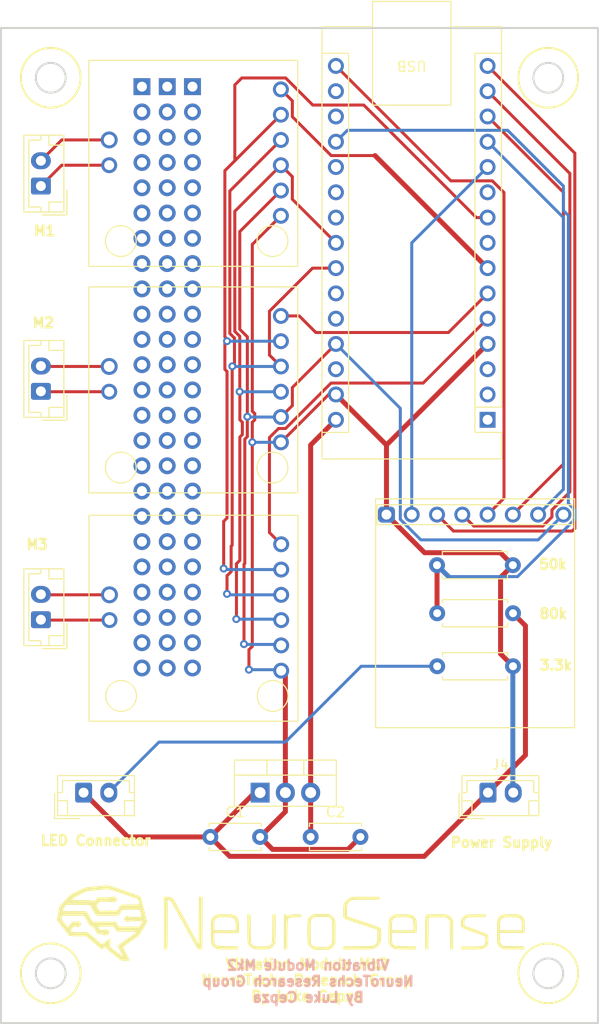
<source format=kicad_pcb>
(kicad_pcb (version 20221018) (generator pcbnew)
  (title_block (title "Vibration Module PCB") (date "2023-07-22") (rev "3") (company "NeuroSense") (comment 1 "NeuroTechs ResearchGroup") (comment 2 "Designed by Luke Cepza"))
  (layers (0 "F.Cu" signal) (31 "B.Cu" signal) (34 "B.Paste" user) (35 "F.Paste" user) (36 "B.SilkS" user "B.Silkscreen") (37 "F.SilkS" user "F.Silkscreen") (38 "B.Mask" user) (39 "F.Mask" user) (44 "Edge.Cuts" user))
  (net 0 "")
  (net 4 "GND")
  (net 5 "/D2_EN2")
  (net 6 "/D3_EN3")
  (net 7 "/D4_EN4")
  (net 9 "/D6_IN")
  (net 11 "/D8_IRQ")
  (net 12 "/D9_CE")
  (net 13 "/D10_CSN")
  (net 14 "/D11_MOSI")
  (net 15 "/D12_MISO")
  (net 16 "/D13_SCK")
  (net 19 "/v_BAT")
  (net 23 "/A4_SDA")
  (net 24 "/A5_SCL")
  (net 26 "+5V")
  (net 29 "/VIN_5v")
  (net 30 "Net-(J1-Pin_1)")
  (net 31 "Net-(J1-Pin_2)")
  (net 32 "Net-(J2-Pin_1)")
  (net 33 "Net-(J2-Pin_2)")
  (net 34 "Net-(J3-Pin_1)")
  (net 35 "Net-(J3-Pin_2)")
  (net 36 "Net-(LED_Connector1-Pin_2)")
  (net 37 "/A0_VBat")
  (footprint "Capacitor_THT:C_Disc_D5.0mm_W2.5mm_P5.00mm" (layer "F.Cu") (at 61.04 121.295)
    (fp_text reference "C1" (at 2.5 -2.5) (layer "F.SilkS"))
    (fp_text value "33uF")
    (pad "1" thru_hole circle (at 0 0) (size 1.6 1.6) (drill 0.8) (layers "*.Cu" "*.Mask") (net 19 "/v_BAT"))
    (pad "2" thru_hole circle (at 5 0) (size 1.6 1.6) (drill 0.8) (layers "*.Cu" "*.Mask") (net 4 "GND"))
  )
  (footprint "Connector_PinSocket_2.54mm:PinSocket_1x24_P2.54mm_Vertical" (layer "F.Cu") (at 59.24578 45.893906)
    (fp_text reference "REF**" hide)
    (fp_text value "PinSocket_1x24_P2.54mm_Vertical" hide)
    (pad "1" thru_hole rect (at 0 0) (size 1.7 1.7) (drill 1) (layers "*.Cu" "*.Mask"))
    (pad "2" thru_hole oval (at 0 2.54) (size 1.7 1.7) (drill 1) (layers "*.Cu" "*.Mask"))
    (pad "3" thru_hole oval (at 0 5.08) (size 1.7 1.7) (drill 1) (layers "*.Cu" "*.Mask"))
    (pad "4" thru_hole oval (at 0 7.62) (size 1.7 1.7) (drill 1) (layers "*.Cu" "*.Mask"))
    (pad "5" thru_hole oval (at 0 10.16) (size 1.7 1.7) (drill 1) (layers "*.Cu" "*.Mask"))
    (pad "6" thru_hole oval (at 0 12.7) (size 1.7 1.7) (drill 1) (layers "*.Cu" "*.Mask"))
    (pad "7" thru_hole oval (at 0 15.24) (size 1.7 1.7) (drill 1) (layers "*.Cu" "*.Mask"))
    (pad "8" thru_hole oval (at 0 17.78) (size 1.7 1.7) (drill 1) (layers "*.Cu" "*.Mask"))
    (pad "9" thru_hole oval (at 0 20.32) (size 1.7 1.7) (drill 1) (layers "*.Cu" "*.Mask"))
    (pad "10" thru_hole oval (at 0 22.86) (size 1.7 1.7) (drill 1) (layers "*.Cu" "*.Mask"))
    (pad "11" thru_hole oval (at 0 25.4) (size 1.7 1.7) (drill 1) (layers "*.Cu" "*.Mask"))
    (pad "12" thru_hole oval (at 0 27.94) (size 1.7 1.7) (drill 1) (layers "*.Cu" "*.Mask"))
    (pad "13" thru_hole oval (at 0 30.48) (size 1.7 1.7) (drill 1) (layers "*.Cu" "*.Mask"))
    (pad "14" thru_hole oval (at 0 33.02) (size 1.7 1.7) (drill 1) (layers "*.Cu" "*.Mask"))
    (pad "15" thru_hole oval (at 0 35.56) (size 1.7 1.7) (drill 1) (layers "*.Cu" "*.Mask"))
    (pad "16" thru_hole oval (at 0 38.1) (size 1.7 1.7) (drill 1) (layers "*.Cu" "*.Mask"))
    (pad "17" thru_hole oval (at 0 40.64) (size 1.7 1.7) (drill 1) (layers "*.Cu" "*.Mask"))
    (pad "18" thru_hole oval (at 0 43.18) (size 1.7 1.7) (drill 1) (layers "*.Cu" "*.Mask"))
    (pad "19" thru_hole oval (at 0 45.72) (size 1.7 1.7) (drill 1) (layers "*.Cu" "*.Mask"))
    (pad "20" thru_hole oval (at 0 48.26) (size 1.7 1.7) (drill 1) (layers "*.Cu" "*.Mask"))
    (pad "21" thru_hole oval (at 0 50.8) (size 1.7 1.7) (drill 1) (layers "*.Cu" "*.Mask"))
    (pad "22" thru_hole oval (at 0 53.34) (size 1.7 1.7) (drill 1) (layers "*.Cu" "*.Mask"))
    (pad "23" thru_hole oval (at 0 55.88) (size 1.7 1.7) (drill 1) (layers "*.Cu" "*.Mask"))
    (pad "24" thru_hole oval (at 0 58.42) (size 1.7 1.7) (drill 1) (layers "*.Cu" "*.Mask"))
  )
  (footprint "MOD:ROB_14538" (layer "F.Cu") (at 69.820128 63.949872 180)
    (fp_text reference "U3" hide)
    (fp_text value "ROB-14538" hide)
    (pad "1" thru_hole circle locked (at 1.69 5.08 180) (size 1.6 1.6) (drill 1) (layers "*.Cu" "*.Mask") (net 4 "GND"))
    (pad "2" thru_hole circle locked (at 1.69 7.62 180) (size 1.6 1.6) (drill 1) (layers "*.Cu" "*.Mask") (net 26 "+5V"))
    (pad "3" thru_hole circle locked (at 1.69 10.16 180) (size 1.6 1.6) (drill 1) (layers "*.Cu" "*.Mask") (net 23 "/A4_SDA"))
    (pad "4" thru_hole circle locked (at 1.69 12.7 180) (size 1.6 1.6) (drill 1) (layers "*.Cu" "*.Mask") (net 24 "/A5_SCL"))
    (pad "5" thru_hole circle locked (at 1.69 15.24 180) (size 1.6 1.6) (drill 1) (layers "*.Cu" "*.Mask") (net 9 "/D6_IN"))
    (pad "6" thru_hole circle locked (at 1.69 17.78 180) (size 1.6 1.6) (drill 1) (layers "*.Cu" "*.Mask") (net 7 "/D4_EN4"))
    (pad "7" thru_hole circle locked (at 18.944194 10.162261 180) (size 1.6 1.6) (drill 1) (layers "*.Cu" "*.Mask") (net 34 "Net-(J3-Pin_1)"))
    (pad "8" thru_hole circle locked (at 18.944194 12.702261 180) (size 1.7 1.7) (drill 1.1) (layers "*.Cu" "*.Mask") (net 35 "Net-(J3-Pin_2)"))
  )
  (footprint "Module:Arduino_Nano" (layer "F.Cu") (at 88.9 79.37 180)
    (fp_text reference "A1" hide)
    (fp_text value "Arduino_Nano_v3.x" hide)
    (fp_text user "USB" (at 7.62 35.56 180 unlocked) (layer "F.SilkS"))
    (pad "1" thru_hole rect (at 0 0 180) (size 1.6 1.6) (drill 1) (layers "*.Cu" "*.Mask"))
    (pad "2" thru_hole oval (at 0 2.54 180) (size 1.6 1.6) (drill 1) (layers "*.Cu" "*.Mask"))
    (pad "3" thru_hole oval (at 0 5.08 180) (size 1.6 1.6) (drill 1) (layers "*.Cu" "*.Mask"))
    (pad "4" thru_hole oval (at 0 7.62 180) (size 1.6 1.6) (drill 1) (layers "*.Cu" "*.Mask") (net 4 "GND"))
    (pad "5" thru_hole oval (at 0 10.16 180) (size 1.6 1.6) (drill 1) (layers "*.Cu" "*.Mask") (net 5 "/D2_EN2"))
    (pad "6" thru_hole oval (at 0 12.7 180) (size 1.6 1.6) (drill 1) (layers "*.Cu" "*.Mask") (net 6 "/D3_EN3"))
    (pad "7" thru_hole oval (at 0 15.24 180) (size 1.6 1.6) (drill 1) (layers "*.Cu" "*.Mask") (net 7 "/D4_EN4"))
    (pad "8" thru_hole oval (at 0 17.78 180) (size 1.6 1.6) (drill 1) (layers "*.Cu" "*.Mask"))
    (pad "9" thru_hole oval (at 0 20.32 180) (size 1.6 1.6) (drill 1) (layers "*.Cu" "*.Mask") (net 9 "/D6_IN"))
    (pad "10" thru_hole oval (at 0 22.86 180) (size 1.6 1.6) (drill 1) (layers "*.Cu" "*.Mask"))
    (pad "11" thru_hole oval (at 0 25.4 180) (size 1.6 1.6) (drill 1) (layers "*.Cu" "*.Mask") (net 11 "/D8_IRQ"))
    (pad "12" thru_hole oval (at 0 27.94 180) (size 1.6 1.6) (drill 1) (layers "*.Cu" "*.Mask") (net 12 "/D9_CE"))
    (pad "13" thru_hole oval (at 0 30.48 180) (size 1.6 1.6) (drill 1) (layers "*.Cu" "*.Mask") (net 13 "/D10_CSN"))
    (pad "14" thru_hole oval (at 0 33.02 180) (size 1.6 1.6) (drill 1) (layers "*.Cu" "*.Mask") (net 14 "/D11_MOSI"))
    (pad "15" thru_hole oval (at 0 35.56 180) (size 1.6 1.6) (drill 1) (layers "*.Cu" "*.Mask") (net 15 "/D12_MISO"))
    (pad "16" thru_hole oval (at 15.24 35.56 180) (size 1.6 1.6) (drill 1) (layers "*.Cu" "*.Mask") (net 16 "/D13_SCK"))
    (pad "17" thru_hole oval (at 15.24 33.02 180) (size 1.6 1.6) (drill 1) (layers "*.Cu" "*.Mask"))
    (pad "18" thru_hole oval (at 15.24 30.48 180) (size 1.6 1.6) (drill 1) (layers "*.Cu" "*.Mask"))
    (pad "19" thru_hole oval (at 15.24 27.94 180) (size 1.6 1.6) (drill 1) (layers "*.Cu" "*.Mask") (net 37 "/A0_VBat"))
    (pad "20" thru_hole oval (at 15.24 25.4 180) (size 1.6 1.6) (drill 1) (layers "*.Cu" "*.Mask"))
    (pad "21" thru_hole oval (at 15.24 22.86 180) (size 1.6 1.6) (drill 1) (layers "*.Cu" "*.Mask"))
    (pad "22" thru_hole oval (at 15.24 20.32 180) (size 1.6 1.6) (drill 1) (layers "*.Cu" "*.Mask"))
    (pad "23" thru_hole oval (at 15.24 17.78 180) (size 1.6 1.6) (drill 1) (layers "*.Cu" "*.Mask") (net 23 "/A4_SDA"))
    (pad "24" thru_hole oval (at 15.24 15.24 180) (size 1.6 1.6) (drill 1) (layers "*.Cu" "*.Mask") (net 24 "/A5_SCL"))
    (pad "25" thru_hole oval (at 15.24 12.7 180) (size 1.6 1.6) (drill 1) (layers "*.Cu" "*.Mask"))
    (pad "26" thru_hole oval (at 15.24 10.16 180) (size 1.6 1.6) (drill 1) (layers "*.Cu" "*.Mask"))
    (pad "27" thru_hole oval (at 15.24 7.62 180) (size 1.6 1.6) (drill 1) (layers "*.Cu" "*.Mask") (net 26 "+5V"))
    (pad "28" thru_hole oval (at 15.24 5.08 180) (size 1.6 1.6) (drill 1) (layers "*.Cu" "*.Mask"))
    (pad "29" thru_hole oval (at 15.24 2.54 180) (size 1.6 1.6) (drill 1) (layers "*.Cu" "*.Mask") (net 4 "GND"))
    (pad "30" thru_hole oval (at 15.24 0 180) (size 1.6 1.6) (drill 1) (layers "*.Cu" "*.Mask") (net 29 "/VIN_5v"))
  )
  (footprint "Capacitor_THT:C_Disc_D5.0mm_W2.5mm_P5.00mm" (layer "F.Cu") (at 71.12 121.295)
    (fp_text reference "C2" (at 2.5 -2.5) (layer "F.SilkS"))
    (fp_text value "10uF")
    (pad "1" thru_hole circle (at 0 0) (size 1.6 1.6) (drill 0.8) (layers "*.Cu" "*.Mask") (net 29 "/VIN_5v"))
    (pad "2" thru_hole circle (at 5 0) (size 1.6 1.6) (drill 0.8) (layers "*.Cu" "*.Mask") (net 4 "GND"))
  )
  (footprint "Connector_JST:JST_EH_B2B-EH-A_1x02_P2.50mm_Vertical" (layer "F.Cu") (at 44.009513 76.512611 90)
    (fp_text reference "J2" hide)
    (fp_text value "Conn_01x02_Male" hide)
    (pad "1" thru_hole roundrect (at 0 0 90) (size 1.7 2) (drill 1) (layers "*.Cu" "*.Mask") (roundrect_rratio 0.1470588235) (net 32 "Net-(J2-Pin_1)"))
    (pad "2" thru_hole oval (at 2.54 0 90) (size 1.7 2) (drill 1) (layers "*.Cu" "*.Mask") (net 33 "Net-(J2-Pin_2)"))
  )
  (footprint "Resistor_THT:R_Axial_DIN0207_L6.3mm_D2.5mm_P7.62mm_Horizontal" (layer "F.Cu") (at 83.835881 104.14)
    (fp_text reference "R3" hide)
    (fp_text value "3.3k" hide)
    (pad "1" thru_hole circle (at 0 0) (size 1.6 1.6) (drill 0.8) (layers "*.Cu" "*.Mask") (net 36 "Net-(LED_Connector1-Pin_2)"))
    (pad "2" thru_hole oval (at 7.62 0) (size 1.6 1.6) (drill 0.8) (layers "*.Cu" "*.Mask") (net 4 "GND"))
  )
  (footprint "Connector_JST:JST_EH_B2B-EH-A_1x02_P2.50mm_Vertical" (layer "F.Cu") (at 44.009513 99.460804 90)
    (fp_text reference "J1" hide)
    (fp_text value "Conn_01x02_Male" hide)
    (pad "1" thru_hole roundrect (at 0 0 90) (size 1.7 2) (drill 1) (layers "*.Cu" "*.Mask") (roundrect_rratio 0.1470588235) (net 30 "Net-(J1-Pin_1)"))
    (pad "2" thru_hole oval (at 2.54 0 90) (size 1.7 2) (drill 1) (layers "*.Cu" "*.Mask") (net 31 "Net-(J1-Pin_2)"))
  )
  (footprint "Resistor_THT:R_Axial_DIN0207_L6.3mm_D2.5mm_P7.62mm_Horizontal" (layer "F.Cu") (at 83.82 93.98)
    (fp_text reference "R2" hide)
    (fp_text value "50K" hide)
    (pad "1" thru_hole circle (at 0 0) (size 1.6 1.6) (drill 0.8) (layers "*.Cu" "*.Mask") (net 37 "/A0_VBat"))
    (pad "2" thru_hole oval (at 7.62 0) (size 1.6 1.6) (drill 0.8) (layers "*.Cu" "*.Mask") (net 4 "GND"))
  )
  (footprint "Connector_JST:JST_EH_B2B-EH-A_1x02_P2.50mm_Vertical" (layer "F.Cu") (at 48.3 116.84)
    (fp_text reference "LED Connector" hide)
    (fp_text value "Conn_01x02_Male" hide)
    (pad "1" thru_hole roundrect (at 0 0) (size 1.7 2) (drill 1) (layers "*.Cu" "*.Mask") (roundrect_rratio 0.1470588235) (net 19 "/v_BAT"))
    (pad "2" thru_hole oval (at 2.54 0) (size 1.7 2) (drill 1) (layers "*.Cu" "*.Mask") (net 36 "Net-(LED_Connector1-Pin_2)"))
  )
  (footprint "Package_TO_SOT_THT:TO-220-3_Vertical" (layer "F.Cu") (at 66.04 116.84)
    (fp_text reference "U5" hide)
    (fp_text value "LM7805_TO220" hide)
    (pad "1" thru_hole rect locked (at 0 0) (size 1.905 2) (drill 1.1) (layers "*.Cu" "*.Mask") (net 19 "/v_BAT"))
    (pad "2" thru_hole oval locked (at 2.54 0) (size 1.905 2) (drill 1.1) (layers "*.Cu" "*.Mask") (net 4 "GND"))
    (pad "3" thru_hole oval locked (at 5.08 0) (size 1.905 2) (drill 1.1) (layers "*.Cu" "*.Mask") (net 29 "/VIN_5v"))
  )
  (footprint "Connector_JST:JST_EH_B2B-EH-A_1x02_P2.50mm_Vertical" (layer "F.Cu") (at 44.009513 55.88 90)
    (fp_text reference "J3" hide)
    (fp_text value "Conn_01x02_Male" hide)
    (pad "1" thru_hole roundrect locked (at 0 0 90) (size 1.7 2) (drill 1) (layers "*.Cu" "*.Mask") (roundrect_rratio 0.1470588235) (net 34 "Net-(J3-Pin_1)"))
    (pad "2" thru_hole oval locked (at 2.54 0 90) (size 1.7 2) (drill 1) (layers "*.Cu" "*.Mask") (net 35 "Net-(J3-Pin_2)"))
  )
  (footprint "Connector_PinSocket_2.54mm:PinSocket_1x24_P2.54mm_Vertical" (layer "F.Cu") (at 54.16578 45.893906)
    (fp_text reference "REF**" hide)
    (fp_text value "PinSocket_1x24_P2.54mm_Vertical" hide)
    (pad "1" thru_hole rect (at 0 0) (size 1.7 1.7) (drill 1) (layers "*.Cu" "*.Mask"))
    (pad "2" thru_hole oval (at 0 2.54) (size 1.7 1.7) (drill 1) (layers "*.Cu" "*.Mask"))
    (pad "3" thru_hole oval (at 0 5.08) (size 1.7 1.7) (drill 1) (layers "*.Cu" "*.Mask"))
    (pad "4" thru_hole oval (at 0 7.62) (size 1.7 1.7) (drill 1) (layers "*.Cu" "*.Mask"))
    (pad "5" thru_hole oval (at 0 10.16) (size 1.7 1.7) (drill 1) (layers "*.Cu" "*.Mask"))
    (pad "6" thru_hole oval (at 0 12.7) (size 1.7 1.7) (drill 1) (layers "*.Cu" "*.Mask"))
    (pad "7" thru_hole oval (at 0 15.24) (size 1.7 1.7) (drill 1) (layers "*.Cu" "*.Mask"))
    (pad "8" thru_hole oval (at 0 17.78) (size 1.7 1.7) (drill 1) (layers "*.Cu" "*.Mask"))
    (pad "9" thru_hole oval (at 0 20.32) (size 1.7 1.7) (drill 1) (layers "*.Cu" "*.Mask"))
    (pad "10" thru_hole oval (at 0 22.86) (size 1.7 1.7) (drill 1) (layers "*.Cu" "*.Mask"))
    (pad "11" thru_hole oval (at 0 25.4) (size 1.7 1.7) (drill 1) (layers "*.Cu" "*.Mask"))
    (pad "12" thru_hole oval (at 0 27.94) (size 1.7 1.7) (drill 1) (layers "*.Cu" "*.Mask"))
    (pad "13" thru_hole oval (at 0 30.48) (size 1.7 1.7) (drill 1) (layers "*.Cu" "*.Mask"))
    (pad "14" thru_hole oval (at 0 33.02) (size 1.7 1.7) (drill 1) (layers "*.Cu" "*.Mask"))
    (pad "15" thru_hole oval (at 0 35.56) (size 1.7 1.7) (drill 1) (layers "*.Cu" "*.Mask"))
    (pad "16" thru_hole oval (at 0 38.1) (size 1.7 1.7) (drill 1) (layers "*.Cu" "*.Mask"))
    (pad "17" thru_hole oval (at 0 40.64) (size 1.7 1.7) (drill 1) (layers "*.Cu" "*.Mask"))
    (pad "18" thru_hole oval (at 0 43.18) (size 1.7 1.7) (drill 1) (layers "*.Cu" "*.Mask"))
    (pad "19" thru_hole oval (at 0 45.72) (size 1.7 1.7) (drill 1) (layers "*.Cu" "*.Mask"))
    (pad "20" thru_hole oval (at 0 48.26) (size 1.7 1.7) (drill 1) (layers "*.Cu" "*.Mask"))
    (pad "21" thru_hole oval (at 0 50.8) (size 1.7 1.7) (drill 1) (layers "*.Cu" "*.Mask"))
    (pad "22" thru_hole oval (at 0 53.34) (size 1.7 1.7) (drill 1) (layers "*.Cu" "*.Mask"))
    (pad "23" thru_hole oval (at 0 55.88) (size 1.7 1.7) (drill 1) (layers "*.Cu" "*.Mask"))
    (pad "24" thru_hole oval (at 0 58.42) (size 1.7 1.7) (drill 1) (layers "*.Cu" "*.Mask"))
  )
  (footprint "Logo:NeuroSenseLogo50mm" (layer "F.Cu") (at 69.484969 129.641202)
    (fp_text reference "G***" hide)
    (fp_text value "LOGO" hide)
  )
  (footprint "Resistor_THT:R_Axial_DIN0207_L6.3mm_D2.5mm_P7.62mm_Horizontal" (layer "F.Cu") (at 91.455881 98.81334 180)
    (fp_text reference "R1" hide)
    (fp_text value "80k" hide)
    (pad "1" thru_hole circle (at 0 0 180) (size 1.6 1.6) (drill 0.8) (layers "*.Cu" "*.Mask") (net 19 "/v_BAT"))
    (pad "2" thru_hole oval (at 7.62 0 180) (size 1.6 1.6) (drill 0.8) (layers "*.Cu" "*.Mask") (net 37 "/A0_VBat"))
  )
  (footprint "MOD:ROB_14538" (layer "F.Cu") (at 69.847725 109.663065 180)
    (fp_text reference "U1" hide)
    (fp_text value "ROB-14538" hide)
    (pad "1" thru_hole circle locked (at 1.69 5.08 180) (size 1.6 1.6) (drill 1) (layers "*.Cu" "*.Mask") (net 4 "GND"))
    (pad "2" thru_hole circle locked (at 1.69 7.62 180) (size 1.6 1.6) (drill 1) (layers "*.Cu" "*.Mask") (net 26 "+5V"))
    (pad "3" thru_hole circle locked (at 1.69 10.16 180) (size 1.6 1.6) (drill 1) (layers "*.Cu" "*.Mask") (net 23 "/A4_SDA"))
    (pad "4" thru_hole circle locked (at 1.69 12.7 180) (size 1.6 1.6) (drill 1) (layers "*.Cu" "*.Mask") (net 24 "/A5_SCL"))
    (pad "5" thru_hole circle locked (at 1.69 15.24 180) (size 1.6 1.6) (drill 1) (layers "*.Cu" "*.Mask") (net 9 "/D6_IN"))
    (pad "6" thru_hole circle locked (at 1.69 17.78 180) (size 1.6 1.6) (drill 1) (layers "*.Cu" "*.Mask") (net 5 "/D2_EN2"))
    (pad "7" thru_hole circle locked (at 18.944194 10.162261 180) (size 1.6 1.6) (drill 1) (layers "*.Cu" "*.Mask") (net 30 "Net-(J1-Pin_1)"))
    (pad "8" thru_hole circle locked (at 18.944194 12.702261 180) (size 1.7 1.7) (drill 1.1) (layers "*.Cu" "*.Mask") (net 31 "Net-(J1-Pin_2)"))
  )
  (footprint "Connector_PinSocket_2.54mm:PinSocket_1x24_P2.54mm_Vertical" (layer "F.Cu") (at 56.70578 45.893906)
    (fp_text reference "REF**" hide)
    (fp_text value "PinSocket_1x24_P2.54mm_Vertical" hide)
    (pad "1" thru_hole rect (at 0 0) (size 1.7 1.7) (drill 1) (layers "*.Cu" "*.Mask"))
    (pad "2" thru_hole oval (at 0 2.54) (size 1.7 1.7) (drill 1) (layers "*.Cu" "*.Mask"))
    (pad "3" thru_hole oval (at 0 5.08) (size 1.7 1.7) (drill 1) (layers "*.Cu" "*.Mask"))
    (pad "4" thru_hole oval (at 0 7.62) (size 1.7 1.7) (drill 1) (layers "*.Cu" "*.Mask"))
    (pad "5" thru_hole oval (at 0 10.16) (size 1.7 1.7) (drill 1) (layers "*.Cu" "*.Mask"))
    (pad "6" thru_hole oval (at 0 12.7) (size 1.7 1.7) (drill 1) (layers "*.Cu" "*.Mask"))
    (pad "7" thru_hole oval (at 0 15.24) (size 1.7 1.7) (drill 1) (layers "*.Cu" "*.Mask"))
    (pad "8" thru_hole oval (at 0 17.78) (size 1.7 1.7) (drill 1) (layers "*.Cu" "*.Mask"))
    (pad "9" thru_hole oval (at 0 20.32) (size 1.7 1.7) (drill 1) (layers "*.Cu" "*.Mask"))
    (pad "10" thru_hole oval (at 0 22.86) (size 1.7 1.7) (drill 1) (layers "*.Cu" "*.Mask"))
    (pad "11" thru_hole oval (at 0 25.4) (size 1.7 1.7) (drill 1) (layers "*.Cu" "*.Mask"))
    (pad "12" thru_hole oval (at 0 27.94) (size 1.7 1.7) (drill 1) (layers "*.Cu" "*.Mask"))
    (pad "13" thru_hole oval (at 0 30.48) (size 1.7 1.7) (drill 1) (layers "*.Cu" "*.Mask"))
    (pad "14" thru_hole oval (at 0 33.02) (size 1.7 1.7) (drill 1) (layers "*.Cu" "*.Mask"))
    (pad "15" thru_hole oval (at 0 35.56) (size 1.7 1.7) (drill 1) (layers "*.Cu" "*.Mask"))
    (pad "16" thru_hole oval (at 0 38.1) (size 1.7 1.7) (drill 1) (layers "*.Cu" "*.Mask"))
    (pad "17" thru_hole oval (at 0 40.64) (size 1.7 1.7) (drill 1) (layers "*.Cu" "*.Mask"))
    (pad "18" thru_hole oval (at 0 43.18) (size 1.7 1.7) (drill 1) (layers "*.Cu" "*.Mask"))
    (pad "19" thru_hole oval (at 0 45.72) (size 1.7 1.7) (drill 1) (layers "*.Cu" "*.Mask"))
    (pad "20" thru_hole oval (at 0 48.26) (size 1.7 1.7) (drill 1) (layers "*.Cu" "*.Mask"))
    (pad "21" thru_hole oval (at 0 50.8) (size 1.7 1.7) (drill 1) (layers "*.Cu" "*.Mask"))
    (pad "22" thru_hole oval (at 0 53.34) (size 1.7 1.7) (drill 1) (layers "*.Cu" "*.Mask"))
    (pad "23" thru_hole oval (at 0 55.88) (size 1.7 1.7) (drill 1) (layers "*.Cu" "*.Mask"))
    (pad "24" thru_hole oval (at 0 58.42) (size 1.7 1.7) (drill 1) (layers "*.Cu" "*.Mask"))
  )
  (footprint "Connector_JST:JST_EH_B2B-EH-A_1x02_P2.50mm_Vertical" (layer "F.Cu") (at 88.94 116.84)
    (fp_text reference "J4" (at 1.25 -2.8) (layer "F.SilkS"))
    (fp_text value "Conn_01x02_Male")
    (pad "1" thru_hole roundrect (at 0 0) (size 1.7 2) (drill 1) (layers "*.Cu" "*.Mask") (roundrect_rratio 0.1470588235) (net 19 "/v_BAT"))
    (pad "2" thru_hole oval (at 2.54 0) (size 1.7 2) (drill 1) (layers "*.Cu" "*.Mask") (net 4 "GND"))
  )
  (footprint "MOD:WRL-00691" (layer "F.Cu") (at 78.576755 97.174849 90)
    (fp_text reference "U4" hide)
    (fp_text value "WRL-00691" hide)
    (pad "1" thru_hole roundrect (at 8.274849 0.163245 90) (size 1.6 1.7) (drill 1) (layers "*.Cu" "*.Mask") (net 4 "GND"))
    (pad "2" thru_hole circle (at 8.274849 2.703245 90) (size 1.6 1.6) (drill 1) (layers "*.Cu" "*.Mask") (net 11 "/D8_IRQ"))
    (pad "3" thru_hole circle (at 8.274849 5.243245 90) (size 1.6 1.6) (drill 1) (layers "*.Cu" "*.Mask") (net 15 "/D12_MISO"))
    (pad "4" thru_hole circle (at 8.274849 7.783245 90) (size 1.6 1.6) (drill 1) (layers "*.Cu" "*.Mask") (net 14 "/D11_MOSI"))
    (pad "5" thru_hole circle (at 8.274849 10.323245 90) (size 1.6 1.6) (drill 1) (layers "*.Cu" "*.Mask") (net 16 "/D13_SCK"))
    (pad "6" thru_hole circle (at 8.274849 12.863245 90) (size 1.6 1.6) (drill 1) (layers "*.Cu" "*.Mask") (net 13 "/D10_CSN"))
    (pad "7" thru_hole circle (at 8.274849 15.403245 90) (size 1.6 1.6) (drill 1) (layers "*.Cu" "*.Mask") (net 12 "/D9_CE"))
    (pad "8" thru_hole circle (at 8.274849 17.943245 90) (size 1.6 1.6) (drill 1) (layers "*.Cu" "*.Mask") (net 26 "+5V"))
  )
  (footprint "MOD:ROB_14538" (layer "F.Cu") (at 69.820128 86.714872 180)
    (fp_text reference "U2" hide)
    (fp_text value "ROB-14538" hide)
    (pad "1" thru_hole circle locked (at 1.69 5.08 180) (size 1.6 1.6) (drill 1) (layers "*.Cu" "*.Mask") (net 4 "GND"))
    (pad "2" thru_hole circle locked (at 1.69 7.62 180) (size 1.6 1.6) (drill 1) (layers "*.Cu" "*.Mask") (net 26 "+5V"))
    (pad "3" thru_hole circle locked (at 1.69 10.16 180) (size 1.6 1.6) (drill 1) (layers "*.Cu" "*.Mask") (net 23 "/A4_SDA"))
    (pad "4" thru_hole circle locked (at 1.69 12.7 180) (size 1.6 1.6) (drill 1) (layers "*.Cu" "*.Mask") (net 24 "/A5_SCL"))
    (pad "5" thru_hole circle locked (at 1.69 15.24 180) (size 1.6 1.6) (drill 1) (layers "*.Cu" "*.Mask") (net 9 "/D6_IN"))
    (pad "6" thru_hole circle locked (at 1.69 17.78 180) (size 1.6 1.6) (drill 1) (layers "*.Cu" "*.Mask") (net 6 "/D3_EN3"))
    (pad "7" thru_hole circle locked (at 18.944194 10.162261 180) (size 1.6 1.6) (drill 1) (layers "*.Cu" "*.Mask") (net 32 "Net-(J2-Pin_1)"))
    (pad "8" thru_hole circle locked (at 18.944194 12.702261 180) (size 1.7 1.7) (drill 1.1) (layers "*.Cu" "*.Mask") (net 33 "Net-(J2-Pin_2)"))
  )
  (gr_circle (center 95 45) (end 98 45) (stroke (width 0.2)) (fill none) (layer "F.SilkS"))
  (gr_circle (center 45 135) (end 48 135) (stroke (width 0.2)) (fill none) (layer "F.SilkS"))
  (gr_circle (center 95 135) (end 98 135) (stroke (width 0.2)) (fill none) (layer "F.SilkS"))
  (gr_circle (center 45 45) (end 48 45) (stroke (width 0.2)) (fill none) (layer "F.SilkS"))
  (gr_circle (center 45 45) (end 46.5 45) (stroke (width 0.2)) (fill none) (layer "Edge.Cuts"))
  (gr_circle (center 95 45) (end 96.5 45) (stroke (width 0.2)) (fill none) (layer "Edge.Cuts"))
  (gr_circle locked (center 95 135) (end 96.5 135) (stroke (width 0.2)) (fill none) (layer "Edge.Cuts"))
  (gr_rect (start 40 40) (end 100 140) (stroke (width 0.2)) (fill none) (layer "Edge.Cuts"))
  (gr_circle locked (center 45 135) (end 46.5 135) (stroke (width 0.2)) (fill none) (layer "Edge.Cuts"))
  (gr_text "Vibration Module Mk2\nNeuroTechs Research Group\nBy Luke Cepza\n" (at 70.868456 135.804009) (layer "B.SilkS") (effects (font (size 1 1) (thickness 0.25)) (justify mirror)))
  (gr_text "M2" (at 43.042888 70.208446) (layer "F.SilkS") (effects (font (size 1 1) (thickness 0.25) bold) (justify left bottom)))
  (gr_text "Vibration Module Mk2\nNeuroTechs Research Group\nBy Luke Cepza\n" (at 70.742685 135.678237) (layer "F.SilkS") (effects (font (size 1 1) (thickness 0.25))))
  (gr_text "80k" (at 93.98 99.448546) (layer "F.SilkS") (effects (font (size 1 1) (thickness 0.25) bold) (justify left bottom)))
  (gr_text "3.3k" (at 94.003528 104.624582) (layer "F.SilkS") (effects (font (size 1 1) (thickness 0.25) bold) (justify left bottom)))
  (gr_text "LED Connector" (at 43.854176 122.240441) (layer "F.SilkS") (effects (font (size 1 1) (thickness 0.25) bold) (justify left bottom)))
  (gr_text "M1" (at 43.171035 60.96) (layer "F.SilkS") (effects (font (size 1 1) (thickness 0.25) bold) (justify left bottom)))
  (gr_text "Power Supply" (at 85.058148 122.436915) (layer "F.SilkS") (effects (font (size 1 1) (thickness 0.25) bold) (justify left bottom)))
  (gr_text "M3" (at 42.410731 92.486526) (layer "F.SilkS") (effects (font (size 1 1) (thickness 0.25) bold) (justify left bottom)))
  (gr_text "50k" (at 93.935422 94.476827) (layer "F.SilkS") (effects (font (size 1 1) (thickness 0.25) bold) (justify left bottom)))
  (segment (start 72.935 76.83) (end 73.66 76.83) (width 0.3) (layer "F.Cu") (net 4))
  (segment (start 78.74 88.9) (end 78.74 81.91) (width 0.5) (layer "F.Cu") (net 4))
  (segment (start 68.130128 58.869872) (end 65.254495 61.745505) (width 0.3) (layer "F.Cu") (net 4))
  (segment (start 91.44 93.98) (end 90.19 92.73) (width 0.5) (layer "F.Cu") (net 4))
  (segment (start 90.19 92.73) (end 82.57 92.73) (width 0.5) (layer "F.Cu") (net 4))
  (segment (start 64.918862 102.477252) (end 65.254495 102.141619) (width 0.3) (layer "F.Cu") (net 4))
  (segment (start 78.74 81.91) (end 88.9 71.75) (width 0.5) (layer "F.Cu") (net 4))
  (segment (start 65.256734 70.828324) (end 65.256734 78.500498) (width 0.3) (layer "F.Cu") (net 4))
  (segment (start 64.918862 104.481258) (end 64.918862 102.477252) (width 0.3) (layer "F.Cu") (net 4))
  (segment (start 65.256734 78.500498) (end 65.506734 78.750498) (width 0.3) (layer "F.Cu") (net 4))
  (segment (start 67.29 122.545) (end 66.04 121.295) (width 0.5) (layer "F.Cu") (net 4))
  (segment (start 90.205881 102.89) (end 90.205881 95.214119) (width 0.5) (layer "F.Cu") (net 4))
  (segment (start 74.87 122.545) (end 67.29 122.545) (width 0.5) (layer "F.Cu") (net 4))
  (segment (start 65.254495 70.826085) (end 65.256734 70.828324) (width 0.3) (layer "F.Cu") (net 4))
  (segment (start 65.506734 78.750498) (end 65.506734 79.37182) (width 0.3) (layer "F.Cu") (net 4))
  (segment (start 65.506734 79.37182) (end 65.254495 79.624059) (width 0.3) (layer "F.Cu") (net 4))
  (segment (start 76.12 121.295) (end 74.87 122.545) (width 0.5) (layer "F.Cu") (net 4))
  (segment (start 65.254495 79.624059) (end 65.254495 81.628065) (width 0.3) (layer "F.Cu") (net 4))
  (segment (start 65.254495 102.141619) (end 65.254495 81.628065) (width 0.3) (layer "F.Cu") (net 4))
  (segment (start 65.254495 61.745505) (end 65.254495 70.826085) (width 0.3) (layer "F.Cu") (net 4))
  (segment (start 82.57 92.73) (end 78.74 88.9) (width 0.5) (layer "F.Cu") (net 4))
  (segment (start 78.74 81.91) (end 73.66 76.83) (width 0.5) (layer "F.Cu") (net 4))
  (segment (start 66.04 121.295) (end 68.58 118.755) (width 0.5) (layer "F.Cu") (net 4))
  (segment (start 90.205881 95.214119) (end 91.44 93.98) (width 0.5) (layer "F.Cu") (net 4))
  (segment (start 91.455881 104.14) (end 90.205881 102.89) (width 0.5) (layer "F.Cu") (net 4))
  (segment (start 68.58 116.84) (end 68.58 105.00534) (width 0.5) (layer "F.Cu") (net 4))
  (segment (start 68.58 116.84) (end 68.58 118.755) (width 0.5) (layer "F.Cu") (net 4))
  (segment (start 68.130128 81.634872) (end 72.935 76.83) (width 0.3) (layer "F.Cu") (net 4))
  (segment (start 68.58 105.00534) (end 68.157725 104.583065) (width 0.5) (layer "F.Cu") (net 4))
  (via (at 64.918862 104.481258) (size 0.8) (drill 0.4) (layers "F.Cu" "B.Cu") (net 4))
  (via (at 65.254495 81.628065) (size 0.8) (drill 0.4) (layers "F.Cu" "B.Cu") (net 4))
  (segment (start 64.925669 104.488065) (end 64.918862 104.481258) (width 0.3) (layer "B.Cu") (net 4))
  (segment (start 91.44 116.84) (end 91.44 104.14) (width 0.5) (layer "B.Cu") (net 4))
  (segment (start 65.261302 81.634872) (end 65.254495 81.628065) (width 0.3) (layer "B.Cu") (net 4))
  (segment (start 68.130128 81.634872) (end 65.261302 81.634872) (width 0.3) (layer "B.Cu") (net 4))
  (segment (start 67.794495 104.488065) (end 64.925669 104.488065) (width 0.3) (layer "B.Cu") (net 4))
  (segment (start 68.606474 80.244872) (end 67.893782 80.244872) (width 0.3) (layer "F.Cu") (net 5))
  (segment (start 66.980128 81.158526) (end 66.980128 90.705468) (width 0.3) (layer "F.Cu") (net 5))
  (segment (start 73.171346 75.68) (end 68.606474 80.244872) (width 0.3) (layer "F.Cu") (net 5))
  (segment (start 82.43 75.68) (end 73.171346 75.68) (width 0.3) (layer "F.Cu") (net 5))
  (segment (start 67.893782 80.244872) (end 66.980128 81.158526) (width 0.3) (layer "F.Cu") (net 5))
  (segment (start 88.9 69.21) (end 82.43 75.68) (width 0.3) (layer "F.Cu") (net 5))
  (segment (start 66.980128 90.705468) (end 68.157725 91.883065) (width 0.3) (layer "F.Cu") (net 5))
  (segment (start 68.130128 68.934872) (end 69.974872 68.934872) (width 0.3) (layer "F.Cu") (net 6))
  (segment (start 69.974872 68.934872) (end 71.64 70.6) (width 0.3) (layer "F.Cu") (net 6))
  (segment (start 71.64 70.6) (end 84.97 70.6) (width 0.3) (layer "F.Cu") (net 6))
  (segment (start 84.97 70.6) (end 88.9 66.67) (width 0.3) (layer "F.Cu") (net 6))
  (segment (start 69.280128 48.916474) (end 73.183654 52.82) (width 0.3) (layer "F.Cu") (net 7))
  (segment (start 68.130128 46.169872) (end 69.280128 47.319872) (width 0.3) (layer "F.Cu") (net 7))
  (segment (start 88.9 64.13) (end 77.59 52.82) (width 0.5) (layer "F.Cu") (net 7))
  (segment (start 69.280128 47.319872) (end 69.280128 48.916474) (width 0.3) (layer "F.Cu") (net 7))
  (segment (start 73.183654 52.82) (end 77.59 52.82) (width 0.3) (layer "F.Cu") (net 7))
  (segment (start 62.714495 71.468065) (end 62.5 71.68256) (width 0.3) (layer "F.Cu") (net 9))
  (segment (start 71.326602 47.74) (end 68.606474 45.019872) (width 0.3) (layer "F.Cu") (net 9))
  (segment (start 87.76863 59.05) (end 76.45863 47.74) (width 0.3) (layer "F.Cu") (net 9))
  (segment (start 62.5 74.302658) (end 62.714495 74.517153) (width 0.3) (layer "F.Cu") (net 9))
  (segment (start 62.714495 74.517153) (end 62.714495 89.248065) (width 0.3) (layer "F.Cu") (net 9))
  (segment (start 68.606474 45.019872) (end 64.200128 45.019872) (width 0.3) (layer "F.Cu") (net 9))
  (segment (start 62.5 71.68256) (end 62.5 74.302658) (width 0.3) (layer "F.Cu") (net 9))
  (segment (start 63.5 53.34) (end 62.5 54.34) (width 0.3) (layer "F.Cu") (net 9))
  (segment (start 62.714495 89.248065) (end 62.378862 89.583698) (width 0.3) (layer "F.Cu") (net 9))
  (segment (start 62.378862 89.583698) (end 62.378862 94.321258) (width 0.3) (layer "F.Cu") (net 9))
  (segment (start 62.5 54.34) (end 62.5 71.039075) (width 0.3) (layer "F.Cu") (net 9))
  (segment (start 68.130128 48.709872) (end 63.5 53.34) (width 0.3) (layer "F.Cu") (net 9))
  (segment (start 62.5 71.039075) (end 62.714495 71.25357) (width 0.3) (layer "F.Cu") (net 9))
  (segment (start 62.714495 71.25357) (end 62.714495 71.468065) (width 0.3) (layer "F.Cu") (net 9))
  (segment (start 76.45863 47.74) (end 71.326602 47.74) (width 0.3) (layer "F.Cu") (net 9))
  (segment (start 64.200128 45.019872) (end 63.5 45.72) (width 0.3) (layer "F.Cu") (net 9))
  (segment (start 63.5 45.72) (end 63.5 53.34) (width 0.3) (layer "F.Cu") (net 9))
  (segment (start 88.9 59.05) (end 87.76863 59.05) (width 0.3) (layer "F.Cu") (net 9))
  (via (at 62.714495 71.468065) (size 0.8) (drill 0.4) (layers "F.Cu" "B.Cu") (net 9))
  (via (at 62.378862 94.321258) (size 0.8) (drill 0.4) (layers "F.Cu" "B.Cu") (net 9))
  (segment (start 67.794495 94.328065) (end 67.699495 94.423065) (width 0.3) (layer "B.Cu") (net 9))
  (segment (start 62.480669 94.423065) (end 62.378862 94.321258) (width 0.3) (layer "B.Cu") (net 9))
  (segment (start 62.721302 71.474872) (end 62.714495 71.468065) (width 0.3) (layer "B.Cu") (net 9))
  (segment (start 68.130128 71.474872) (end 62.721302 71.474872) (width 0.3) (layer "B.Cu") (net 9))
  (segment (start 67.699495 94.423065) (end 62.480669 94.423065) (width 0.3) (layer "B.Cu") (net 9))
  (segment (start 88.9 53.97) (end 81.28 61.59) (width 0.3) (layer "B.Cu") (net 11))
  (segment (start 81.28 61.59) (end 81.28 88.9) (width 0.3) (layer "B.Cu") (net 11))
  (segment (start 96.52 86.36) (end 96.52 59.05) (width 0.3) (layer "B.Cu") (net 12))
  (segment (start 96.52 59.05) (end 88.9 51.43) (width 0.3) (layer "B.Cu") (net 12))
  (segment (start 93.98 88.9) (end 96.52 86.36) (width 0.3) (layer "B.Cu") (net 12))
  (segment (start 91.44 88.9) (end 96.52 83.82) (width 0.3) (layer "F.Cu") (net 13))
  (segment (start 96.52 83.82) (end 96.52 56.51) (width 0.3) (layer "F.Cu") (net 13))
  (segment (start 96.52 56.51) (end 88.9 48.89) (width 0.3) (layer "F.Cu") (net 13))
  (segment (start 87.51 90.05) (end 94.456346 90.05) (width 0.3) (layer "F.Cu") (net 14))
  (segment (start 94.456346 90.05) (end 95.37 89.136346) (width 0.3) (layer "F.Cu") (net 14))
  (segment (start 95.37 89.136346) (end 95.37 88.423654) (width 0.3) (layer "F.Cu") (net 14))
  (segment (start 95.37 88.423654) (end 97.17 86.623654) (width 0.3) (layer "F.Cu") (net 14))
  (segment (start 86.36 88.9) (end 87.51 90.05) (width 0.3) (layer "F.Cu") (net 14))
  (segment (start 97.17 86.623654) (end 97.17 54.62) (width 0.3) (layer "F.Cu") (net 14))
  (segment (start 97.17 54.62) (end 88.9 46.35) (width 0.3) (layer "F.Cu") (net 14))
  (segment (start 97.41 90.55) (end 85.47 90.55) (width 0.3) (layer "F.Cu") (net 15))
  (segment (start 85.47 90.55) (end 83.82 88.9) (width 0.3) (layer "F.Cu") (net 15))
  (segment (start 88.9 43.81) (end 97.67 52.58) (width 0.3) (layer "F.Cu") (net 15))
  (segment (start 97.67 52.58) (end 97.67 90.29) (width 0.3) (layer "F.Cu") (net 15))
  (segment (start 97.67 90.29) (end 97.41 90.55) (width 0.3) (layer "F.Cu") (net 15))
  (segment (start 85.21 55.36) (end 73.66 43.81) (width 0.3) (layer "F.Cu") (net 16))
  (segment (start 88.9 88.9) (end 90.55 87.25) (width 0.3) (layer "F.Cu") (net 16))
  (segment (start 90.55 87.25) (end 90.55 56.533654) (width 0.3) (layer "F.Cu") (net 16))
  (segment (start 89.376346 55.36) (end 85.21 55.36) (width 0.3) (layer "F.Cu") (net 16))
  (segment (start 90.55 56.533654) (end 89.376346 55.36) (width 0.3) (layer "F.Cu") (net 16))
  (segment (start 52.755 121.295) (end 48.3 116.84) (width 0.5) (layer "F.Cu") (net 19))
  (segment (start 62.99 123.245) (end 61.04 121.295) (width 0.5) (layer "F.Cu") (net 19))
  (segment (start 92.705881 113.074119) (end 92.705881 100.06334) (width 0.5) (layer "F.Cu") (net 19))
  (segment (start 65.495 116.84) (end 61.04 121.295) (width 0.5) (layer "F.Cu") (net 19))
  (segment (start 92.705881 100.06334) (end 91.455881 98.81334) (width 0.5) (layer "F.Cu") (net 19))
  (segment (start 82.535 123.245) (end 62.99 123.245) (width 0.5) (layer "F.Cu") (net 19))
  (segment (start 66.04 116.84) (end 65.495 116.84) (width 0.5) (layer "F.Cu") (net 19))
  (segment (start 88.94 116.84) (end 92.705881 113.074119) (width 0.5) (layer "F.Cu") (net 19))
  (segment (start 88.94 116.84) (end 82.535 123.245) (width 0.5) (layer "F.Cu") (net 19))
  (segment (start 61.04 121.295) (end 52.755 121.295) (width 0.5) (layer "F.Cu") (net 19))
  (segment (start 63.5 70.485803) (end 64 70.985803) (width 0.3) (layer "F.Cu") (net 23))
  (segment (start 63.664367 93.838996) (end 64.004495 93.498868) (width 0.3) (layer "F.Cu") (net 23))
  (segment (start 64.006734 79.37182) (end 64.006734 76.568997) (width 0.3) (layer "F.Cu") (net 23))
  (segment (start 69.280128 57.210128) (end 73.66 61.59) (width 0.3) (layer "F.Cu") (net 23))
  (segment (start 69.280128 54.939872) (end 69.280128 57.210128) (width 0.3) (layer "F.Cu") (net 23))
  (segment (start 68.130128 53.789872) (end 63.5 58.42) (width 0.3) (layer "F.Cu") (net 23))
  (segment (start 64 70.985803) (end 64 76.528637) (width 0.3) (layer "F.Cu") (net 23))
  (segment (start 64 76.528637) (end 63.983187 76.54545) (width 0.3) (layer "F.Cu") (net 23))
  (segment (start 64.254495 80.860297) (end 64.254495 79.619581) (width 0.3) (layer "F.Cu") (net 23))
  (segment (start 64.004495 81.110297) (end 64.254495 80.860297) (width 0.3) (layer "F.Cu") (net 23))
  (segment (start 64.254495 79.619581) (end 64.006734 79.37182) (width 0.3) (layer "F.Cu") (net 23))
  (segment (start 64.006734 76.568997) (end 63.983187 76.54545) (width 0.3) (layer "F.Cu") (net 23))
  (segment (start 63.664367 99.38183) (end 63.664367 93.838996) (width 0.3) (layer "F.Cu") (net 23))
  (segment (start 64.004495 93.498868) (end 64.004495 81.110297) (width 0.3) (layer "F.Cu") (net 23))
  (segment (start 68.130128 53.789872) (end 69.280128 54.939872) (width 0.3) (layer "F.Cu") (net 23))
  (segment (start 63.5 58.42) (end 63.5 70.485803) (width 0.3) (layer "F.Cu") (net 23))
  (via (at 63.983187 76.54545) (size 0.8) (drill 0.4) (layers "F.Cu" "B.Cu") (net 23))
  (via (at 63.647554 99.398643) (size 0.8) (drill 0.4) (layers "F.Cu" "B.Cu") (net 23))
  (segment (start 63.656976 99.408065) (end 68.062725 99.408065) (width 0.3) (layer "B.Cu") (net 23))
  (segment (start 63.992609 76.554872) (end 63.983187 76.54545) (width 0.3) (layer "B.Cu") (net 23))
  (segment (start 68.130128 76.554872) (end 63.992609 76.554872) (width 0.3) (layer "B.Cu") (net 23))
  (segment (start 68.062725 99.408065) (end 68.157725 99.503065) (width 0.3) (layer "B.Cu") (net 23))
  (segment (start 68.130128 51.249872) (end 63 56.38) (width 0.3) (layer "F.Cu") (net 24))
  (segment (start 62.714495 95.046286) (end 63.128862 94.631919) (width 0.3) (layer "F.Cu") (net 24))
  (segment (start 63 56.38) (end 63 70.692909) (width 0.3) (layer "F.Cu") (net 24))
  (segment (start 71.308654 64.13) (end 73.66 64.13) (width 0.3) (layer "F.Cu") (net 24))
  (segment (start 63 70.692909) (end 63.464495 71.157404) (width 0.3) (layer "F.Cu") (net 24))
  (segment (start 63.233187 74.00881) (end 63.25 73.991997) (width 0.3) (layer "F.Cu") (net 24))
  (segment (start 63.128862 94.631919) (end 63.128862 92.080805) (width 0.3) (layer "F.Cu") (net 24))
  (segment (start 63.464495 71.157404) (end 63.464495 73.777502) (width 0.3) (layer "F.Cu") (net 24))
  (segment (start 63.233187 91.97648) (end 63.233187 74.00881) (width 0.3) (layer "F.Cu") (net 24))
  (segment (start 66.980128 72.864872) (end 66.980128 68.458526) (width 0.3) (layer "F.Cu") (net 24))
  (segment (start 62.714495 96.868065) (end 62.714495 95.046286) (width 0.3) (layer "F.Cu") (net 24))
  (segment (start 63.128862 92.080805) (end 63.233187 91.97648) (width 0.3) (layer "F.Cu") (net 24))
  (segment (start 66.980128 68.458526) (end 71.308654 64.13) (width 0.3) (layer "F.Cu") (net 24))
  (segment (start 68.130128 74.014872) (end 66.980128 72.864872) (width 0.3) (layer "F.Cu") (net 24))
  (segment (start 63.464495 73.777502) (end 63.25 73.991997) (width 0.3) (layer "F.Cu") (net 24))
  (via (at 62.714495 96.868065) (size 0.8) (drill 0.4) (layers "F.Cu" "B.Cu") (net 24))
  (via (at 63.25 73.991997) (size 0.8) (drill 0.4) (layers "F.Cu" "B.Cu") (net 24))
  (segment (start 68.130128 74.014872) (end 63.272875 74.014872) (width 0.3) (layer "B.Cu") (net 24))
  (segment (start 63.272875 74.014872) (end 63.25 73.991997) (width 0.3) (layer "B.Cu") (net 24))
  (segment (start 62.809495 96.963065) (end 67.699495 96.963065) (width 0.3) (layer "B.Cu") (net 24))
  (segment (start 67.699495 96.963065) (end 67.794495 96.868065) (width 0.3) (layer "B.Cu") (net 24))
  (segment (start 64.756734 71.035431) (end 64.756734 79.061159) (width 0.3) (layer "F.Cu") (net 26))
  (segment (start 64.421101 101.914352) (end 64.421101 93.888624) (width 0.3) (layer "F.Cu") (net 26))
  (segment (start 64.754495 79.063398) (end 64.756734 79.061159) (width 0.3) (layer "F.Cu") (net 26))
  (segment (start 64.754495 81.067404) (end 64.754495 79.063398) (width 0.3) (layer "F.Cu") (net 26))
  (segment (start 64 60.46) (end 64 70.278697) (width 0.3) (layer "F.Cu") (net 26))
  (segment (start 69.280128 77.944872) (end 68.130128 79.094872) (width 0.3) (layer "F.Cu") (net 26))
  (segment (start 73.66 71.75) (end 69.280128 76.129872) (width 0.3) (layer "F.Cu") (net 26))
  (segment (start 64.504495 81.317404) (end 64.754495 81.067404) (width 0.3) (layer "F.Cu") (net 26))
  (segment (start 64.421101 93.888624) (end 64.504495 93.80523) (width 0.3) (layer "F.Cu") (net 26))
  (segment (start 64.504495 93.80523) (end 64.504495 81.317404) (width 0.3) (layer "F.Cu") (net 26))
  (segment (start 64 70.278697) (end 64.756734 71.035431) (width 0.3) (layer "F.Cu") (net 26))
  (segment (start 68.130128 56.329872) (end 64 60.46) (width 0.3) (layer "F.Cu") (net 26))
  (segment (start 69.280128 76.129872) (end 69.280128 77.944872) (width 0.3) (layer "F.Cu") (net 26))
  (via (at 64.421101 101.914352) (size 0.8) (drill 0.4) (layers "F.Cu" "B.Cu") (net 26))
  (via (at 64.756734 79.061159) (size 0.8) (drill 0.4) (layers "F.Cu" "B.Cu") (net 26))
  (segment (start 80.13 89.376346) (end 82.193654 91.44) (width 0.3) (layer "B.Cu") (net 26))
  (segment (start 82.193654 91.44) (end 93.98 91.44) (width 0.3) (layer "B.Cu") (net 26))
  (segment (start 64.454814 101.948065) (end 64.421101 101.914352) (width 0.3) (layer "B.Cu") (net 26))
  (segment (start 64.790447 79.094872) (end 64.756734 79.061159) (width 0.3) (layer "B.Cu") (net 26))
  (segment (start 80.13 78.22) (end 80.13 89.376346) (width 0.3) (layer "B.Cu") (net 26))
  (segment (start 68.130128 79.094872) (end 64.790447 79.094872) (width 0.3) (layer "B.Cu") (net 26))
  (segment (start 73.66 71.75) (end 80.13 78.22) (width 0.3) (layer "B.Cu") (net 26))
  (segment (start 93.98 91.44) (end 96.52 88.9) (width 0.3) (layer "B.Cu") (net 26))
  (segment (start 67.794495 101.948065) (end 64.454814 101.948065) (width 0.3) (layer "B.Cu") (net 26))
  (segment (start 71.12 121.295) (end 71.12 116.84) (width 0.5) (layer "F.Cu") (net 29))
  (segment (start 71.12 116.84) (end 71.12 81.91) (width 0.5) (layer "F.Cu") (net 29))
  (segment (start 71.12 81.91) (end 73.66 79.37) (width 0.5) (layer "F.Cu") (net 29))
  (segment (start 44.009513 99.460804) (end 44.049513 99.500804) (width 0.3) (layer "F.Cu") (net 30))
  (segment (start 44.049513 99.500804) (end 50.903531 99.500804) (width 0.3) (layer "F.Cu") (net 30))
  (segment (start 50.903531 96.960804) (end 44.009513 96.960804) (width 0.3) (layer "F.Cu") (net 31))
  (segment (start 50.875934 76.552611) (end 44.049513 76.552611) (width 0.3) (layer "F.Cu") (net 32))
  (segment (start 44.049513 76.552611) (end 44.009513 76.512611) (width 0.3) (layer "F.Cu") (net 32))
  (segment (start 44.009513 74.012611) (end 50.875934 74.012611) (width 0.3) (layer "F.Cu") (net 33))
  (segment (start 46.101902 53.787611) (end 44.009513 55.88) (width 0.3) (layer "F.Cu") (net 34))
  (segment (start 50.875934 53.787611) (end 46.101902 53.787611) (width 0.3) (layer "F.Cu") (net 34))
  (segment (start 44.009513 53.34) (end 46.101902 51.247611) (width 0.3) (layer "F.Cu") (net 35))
  (segment (start 46.101902 51.247611) (end 50.875934 51.247611) (width 0.3) (layer "F.Cu") (net 35))
  (segment (start 83.835881 104.14) (end 76.2 104.14) (width 0.3) (layer "B.Cu") (net 36))
  (segment (start 55.88 111.76) (end 50.8 116.84) (width 0.3) (layer "B.Cu") (net 36))
  (segment (start 68.58 111.76) (end 55.88 111.76) (width 0.3) (layer "B.Cu") (net 36))
  (segment (start 76.2 104.14) (end 68.58 111.76) (width 0.3) (layer "B.Cu") (net 36))
  (segment (start 83.82 98.797459) (end 83.835881 98.81334) (width 0.5) (layer "F.Cu") (net 37))
  (segment (start 83.82 93.98) (end 83.82 98.797459) (width 0.5) (layer "F.Cu") (net 37))
  (segment (start 97.02 87.773654) (end 97.67 88.423654) (width 0.3) (layer "B.Cu") (net 37))
  (segment (start 97.67 88.423654) (end 97.67 89.376346) (width 0.3) (layer "B.Cu") (net 37))
  (segment (start 73.66 51.43) (end 74.81 50.28) (width 0.3) (layer "B.Cu") (net 37))
  (segment (start 91.916346 95.13) (end 84.97 95.13) (width 0.3) (layer "B.Cu") (net 37))
  (segment (start 74.81 50.28) (end 90.92 50.28) (width 0.3) (layer "B.Cu") (net 37))
  (segment (start 97.67 89.376346) (end 91.916346 95.13) (width 0.3) (layer "B.Cu") (net 37))
  (segment (start 90.92 50.28) (end 96.52 55.88) (width 0.3) (layer "B.Cu") (net 37))
  (segment (start 83.82 93.98) (end 84.97 95.13) (width 0.5) (layer "B.Cu") (net 37))
  (segment (start 96.52 55.88) (end 96.52 58.342894) (width 0.3) (layer "B.Cu") (net 37))
  (segment (start 97.02 58.842894) (end 97.02 87.773654) (width 0.3) (layer "B.Cu") (net 37))
  (segment (start 96.52 58.342894) (end 97.02 58.842894) (width 0.3) (layer "B.Cu") (net 37))
)
</source>
